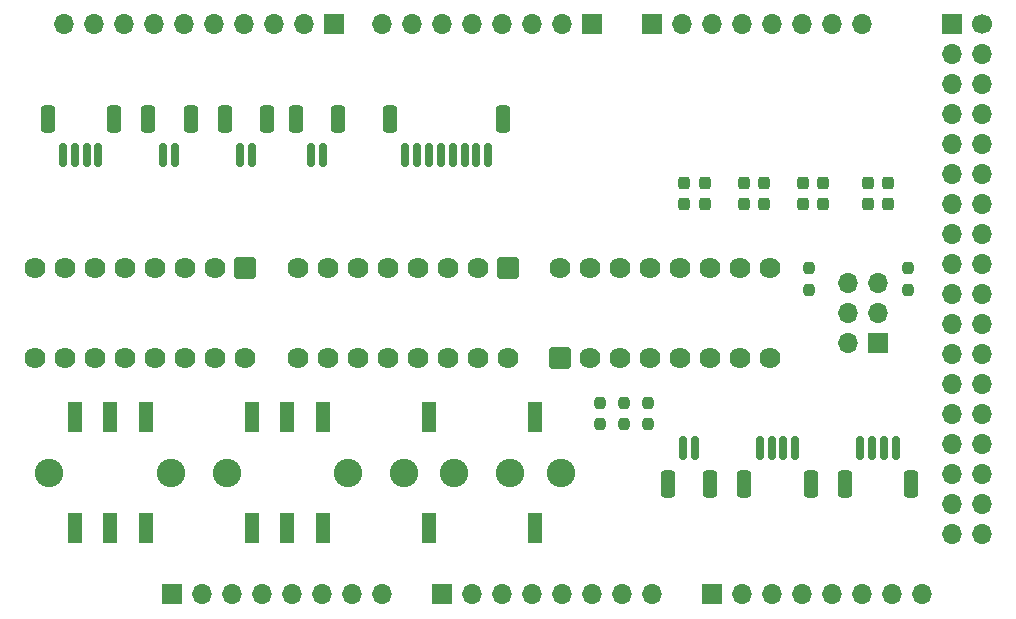
<source format=gbr>
%TF.GenerationSoftware,KiCad,Pcbnew,8.0.1*%
%TF.CreationDate,2024-10-08T14:05:53+09:00*%
%TF.ProjectId,CoolingBoxWireOrganizer,436f6f6c-696e-4674-926f-78576972654f,rev?*%
%TF.SameCoordinates,Original*%
%TF.FileFunction,Soldermask,Top*%
%TF.FilePolarity,Negative*%
%FSLAX46Y46*%
G04 Gerber Fmt 4.6, Leading zero omitted, Abs format (unit mm)*
G04 Created by KiCad (PCBNEW 8.0.1) date 2024-10-08 14:05:53*
%MOMM*%
%LPD*%
G01*
G04 APERTURE LIST*
G04 Aperture macros list*
%AMRoundRect*
0 Rectangle with rounded corners*
0 $1 Rounding radius*
0 $2 $3 $4 $5 $6 $7 $8 $9 X,Y pos of 4 corners*
0 Add a 4 corners polygon primitive as box body*
4,1,4,$2,$3,$4,$5,$6,$7,$8,$9,$2,$3,0*
0 Add four circle primitives for the rounded corners*
1,1,$1+$1,$2,$3*
1,1,$1+$1,$4,$5*
1,1,$1+$1,$6,$7*
1,1,$1+$1,$8,$9*
0 Add four rect primitives between the rounded corners*
20,1,$1+$1,$2,$3,$4,$5,0*
20,1,$1+$1,$4,$5,$6,$7,0*
20,1,$1+$1,$6,$7,$8,$9,0*
20,1,$1+$1,$8,$9,$2,$3,0*%
G04 Aperture macros list end*
%ADD10RoundRect,0.150000X-0.150000X-0.875000X0.150000X-0.875000X0.150000X0.875000X-0.150000X0.875000X0*%
%ADD11RoundRect,0.250000X-0.350000X-0.900000X0.350000X-0.900000X0.350000X0.900000X-0.350000X0.900000X0*%
%ADD12RoundRect,0.102000X-0.787500X0.787500X-0.787500X-0.787500X0.787500X-0.787500X0.787500X0.787500X0*%
%ADD13C,1.779000*%
%ADD14RoundRect,0.150000X0.150000X0.875000X-0.150000X0.875000X-0.150000X-0.875000X0.150000X-0.875000X0*%
%ADD15RoundRect,0.250000X0.350000X0.900000X-0.350000X0.900000X-0.350000X-0.900000X0.350000X-0.900000X0*%
%ADD16C,2.410000*%
%ADD17R,1.270000X2.540000*%
%ADD18RoundRect,0.237500X0.237500X-0.250000X0.237500X0.250000X-0.237500X0.250000X-0.237500X-0.250000X0*%
%ADD19RoundRect,0.237500X-0.237500X0.287500X-0.237500X-0.287500X0.237500X-0.287500X0.237500X0.287500X0*%
%ADD20RoundRect,0.237500X-0.237500X0.250000X-0.237500X-0.250000X0.237500X-0.250000X0.237500X0.250000X0*%
%ADD21RoundRect,0.102000X0.787500X-0.787500X0.787500X0.787500X-0.787500X0.787500X-0.787500X-0.787500X0*%
%ADD22R,1.700000X1.700000*%
%ADD23O,1.700000X1.700000*%
%ADD24C,1.700000*%
G04 APERTURE END LIST*
D10*
%TO.C,J3*%
X161000000Y-113575000D03*
X162000000Y-113575000D03*
X163000000Y-113575000D03*
X164000000Y-113575000D03*
X165000000Y-113575000D03*
X166000000Y-113575000D03*
X167000000Y-113575000D03*
X168000000Y-113575000D03*
D11*
X159700000Y-110550000D03*
X169300000Y-110550000D03*
%TD*%
D10*
%TO.C,J21*%
X140500000Y-113575000D03*
X141500000Y-113575000D03*
D11*
X139200000Y-110550000D03*
X142800000Y-110550000D03*
%TD*%
D10*
%TO.C,J14*%
X153000000Y-113575000D03*
X154000000Y-113575000D03*
D11*
X151700000Y-110550000D03*
X155300000Y-110550000D03*
%TD*%
D12*
%TO.C,J19*%
X147390000Y-123190000D03*
D13*
X144850000Y-123190000D03*
X142310000Y-123190000D03*
X139770000Y-123190000D03*
X137230000Y-123190000D03*
X134690000Y-123190000D03*
X132150000Y-123190000D03*
X129610000Y-123190000D03*
X129610000Y-130810000D03*
X132150000Y-130810000D03*
X134690000Y-130810000D03*
X137230000Y-130810000D03*
X139770000Y-130810000D03*
X142310000Y-130810000D03*
X144850000Y-130810000D03*
X147390000Y-130810000D03*
%TD*%
D10*
%TO.C,J22*%
X147000000Y-113575000D03*
X148000000Y-113575000D03*
D11*
X145700000Y-110550000D03*
X149300000Y-110550000D03*
%TD*%
D14*
%TO.C,J17*%
X185500000Y-138425000D03*
X184500000Y-138425000D03*
D15*
X186800000Y-141450000D03*
X183200000Y-141450000D03*
%TD*%
D14*
%TO.C,J11*%
X194000000Y-138425000D03*
X193000000Y-138425000D03*
X192000000Y-138425000D03*
X191000000Y-138425000D03*
D15*
X195300000Y-141450000D03*
X189700000Y-141450000D03*
%TD*%
D16*
%TO.C,J2*%
X169850000Y-140500000D03*
X174150000Y-140500000D03*
D17*
X172000000Y-135800000D03*
X172000000Y-145200000D03*
%TD*%
D18*
%TO.C,R16*%
X179500000Y-136412500D03*
X179500000Y-134587500D03*
%TD*%
D10*
%TO.C,J1*%
X132000000Y-113575000D03*
X133000000Y-113575000D03*
X134000000Y-113575000D03*
X135000000Y-113575000D03*
D11*
X130700000Y-110550000D03*
X136300000Y-110550000D03*
%TD*%
D19*
%TO.C,L1*%
X200125000Y-116000000D03*
X200125000Y-117750000D03*
%TD*%
%TO.C,L8*%
X191375000Y-116000000D03*
X191375000Y-117750000D03*
%TD*%
%TO.C,L7*%
X189625000Y-116000000D03*
X189625000Y-117750000D03*
%TD*%
%TO.C,L5*%
X194625000Y-116000000D03*
X194625000Y-117750000D03*
%TD*%
D16*
%TO.C,J9*%
X130850000Y-140500000D03*
X141150000Y-140500000D03*
D17*
X133000000Y-135800000D03*
X136000000Y-135800000D03*
X139000000Y-135800000D03*
X133000000Y-145200000D03*
X136000000Y-145200000D03*
X139000000Y-145200000D03*
%TD*%
D16*
%TO.C,J4*%
X160850000Y-140500000D03*
X165150000Y-140500000D03*
D17*
X163000000Y-135800000D03*
X163000000Y-145200000D03*
%TD*%
D19*
%TO.C,L4*%
X186375000Y-116000000D03*
X186375000Y-117750000D03*
%TD*%
D18*
%TO.C,R2*%
X203560000Y-125015000D03*
X203560000Y-123190000D03*
%TD*%
D20*
%TO.C,R1*%
X195150000Y-123190000D03*
X195150000Y-125015000D03*
%TD*%
D21*
%TO.C,J18*%
X174110000Y-130810000D03*
D13*
X176650000Y-130810000D03*
X179190000Y-130810000D03*
X181730000Y-130810000D03*
X184270000Y-130810000D03*
X186810000Y-130810000D03*
X189350000Y-130810000D03*
X191890000Y-130810000D03*
X191890000Y-123190000D03*
X189350000Y-123190000D03*
X186810000Y-123190000D03*
X184270000Y-123190000D03*
X181730000Y-123190000D03*
X179190000Y-123190000D03*
X176650000Y-123190000D03*
X174110000Y-123190000D03*
%TD*%
D16*
%TO.C,J12*%
X145850000Y-140500000D03*
X156150000Y-140500000D03*
D17*
X148000000Y-135800000D03*
X151000000Y-135800000D03*
X154000000Y-135800000D03*
X148000000Y-145200000D03*
X151000000Y-145200000D03*
X154000000Y-145200000D03*
%TD*%
D14*
%TO.C,J16*%
X202500000Y-138425000D03*
X201500000Y-138425000D03*
X200500000Y-138425000D03*
X199500000Y-138425000D03*
D15*
X203800000Y-141450000D03*
X198200000Y-141450000D03*
%TD*%
D18*
%TO.C,R18*%
X181500000Y-136412500D03*
X181500000Y-134587500D03*
%TD*%
D19*
%TO.C,L3*%
X184625000Y-116000000D03*
X184625000Y-117750000D03*
%TD*%
D22*
%TO.C,J20*%
X201000000Y-129540000D03*
D23*
X198460000Y-129540000D03*
X201000000Y-127000000D03*
X198460000Y-127000000D03*
X201000000Y-124460000D03*
X198460000Y-124460000D03*
%TD*%
D12*
%TO.C,J23*%
X169640000Y-123190000D03*
D13*
X167100000Y-123190000D03*
X164560000Y-123190000D03*
X162020000Y-123190000D03*
X159480000Y-123190000D03*
X156940000Y-123190000D03*
X154400000Y-123190000D03*
X151860000Y-123190000D03*
X151860000Y-130810000D03*
X154400000Y-130810000D03*
X156940000Y-130810000D03*
X159480000Y-130810000D03*
X162020000Y-130810000D03*
X164560000Y-130810000D03*
X167100000Y-130810000D03*
X169640000Y-130810000D03*
%TD*%
D18*
%TO.C,R14*%
X177500000Y-136412500D03*
X177500000Y-134587500D03*
%TD*%
D19*
%TO.C,L2*%
X201875000Y-116000000D03*
X201875000Y-117750000D03*
%TD*%
%TO.C,L6*%
X196375000Y-116000000D03*
X196375000Y-117750000D03*
%TD*%
D24*
%TO.C,J15*%
X209836000Y-102540000D03*
D22*
X207296000Y-102540000D03*
D23*
X209836000Y-105080000D03*
X207296000Y-105080000D03*
X209836000Y-107620000D03*
X207296000Y-107620000D03*
X209836000Y-110160000D03*
X207296000Y-110160000D03*
X209836000Y-112700000D03*
X207296000Y-112700000D03*
X209836000Y-115240000D03*
X207296000Y-115240000D03*
X209836000Y-117780000D03*
X207296000Y-117780000D03*
X209836000Y-120320000D03*
X207296000Y-120320000D03*
X209836000Y-122860000D03*
X207296000Y-122860000D03*
X209836000Y-125400000D03*
X207296000Y-125400000D03*
X209836000Y-127940000D03*
X207296000Y-127940000D03*
X209836000Y-130480000D03*
X207296000Y-130480000D03*
X209836000Y-133020000D03*
X207296000Y-133020000D03*
X209836000Y-135560000D03*
X207296000Y-135560000D03*
X209836000Y-138100000D03*
X207296000Y-138100000D03*
X209836000Y-140640000D03*
X207296000Y-140640000D03*
X209836000Y-143180000D03*
X207296000Y-143180000D03*
X209836000Y-145720000D03*
X207296000Y-145720000D03*
%TD*%
D22*
%TO.C,J10*%
X186976000Y-150800000D03*
D23*
X189516000Y-150800000D03*
X192056000Y-150800000D03*
X194596000Y-150800000D03*
X197136000Y-150800000D03*
X199676000Y-150800000D03*
X202216000Y-150800000D03*
X204756000Y-150800000D03*
%TD*%
D22*
%TO.C,J6*%
X141256000Y-150800000D03*
D23*
X143796000Y-150800000D03*
X146336000Y-150800000D03*
X148876000Y-150800000D03*
X151416000Y-150800000D03*
X153956000Y-150800000D03*
X156496000Y-150800000D03*
X159036000Y-150800000D03*
%TD*%
D22*
%TO.C,J5*%
X154972000Y-102540000D03*
D23*
X152432000Y-102540000D03*
X149892000Y-102540000D03*
X147352000Y-102540000D03*
X144812000Y-102540000D03*
X142272000Y-102540000D03*
X139732000Y-102540000D03*
X137192000Y-102540000D03*
X134652000Y-102540000D03*
X132112000Y-102540000D03*
%TD*%
D22*
%TO.C,J7*%
X164116000Y-150800000D03*
D23*
X166656000Y-150800000D03*
X169196000Y-150800000D03*
X171736000Y-150800000D03*
X174276000Y-150800000D03*
X176816000Y-150800000D03*
X179356000Y-150800000D03*
X181896000Y-150800000D03*
%TD*%
D22*
%TO.C,J13*%
X181896000Y-102540000D03*
D23*
X184436000Y-102540000D03*
X186976000Y-102540000D03*
X189516000Y-102540000D03*
X192056000Y-102540000D03*
X194596000Y-102540000D03*
X197136000Y-102540000D03*
X199676000Y-102540000D03*
%TD*%
D22*
%TO.C,J8*%
X176816000Y-102540000D03*
D23*
X174276000Y-102540000D03*
X171736000Y-102540000D03*
X169196000Y-102540000D03*
X166656000Y-102540000D03*
X164116000Y-102540000D03*
X161576000Y-102540000D03*
X159036000Y-102540000D03*
%TD*%
M02*

</source>
